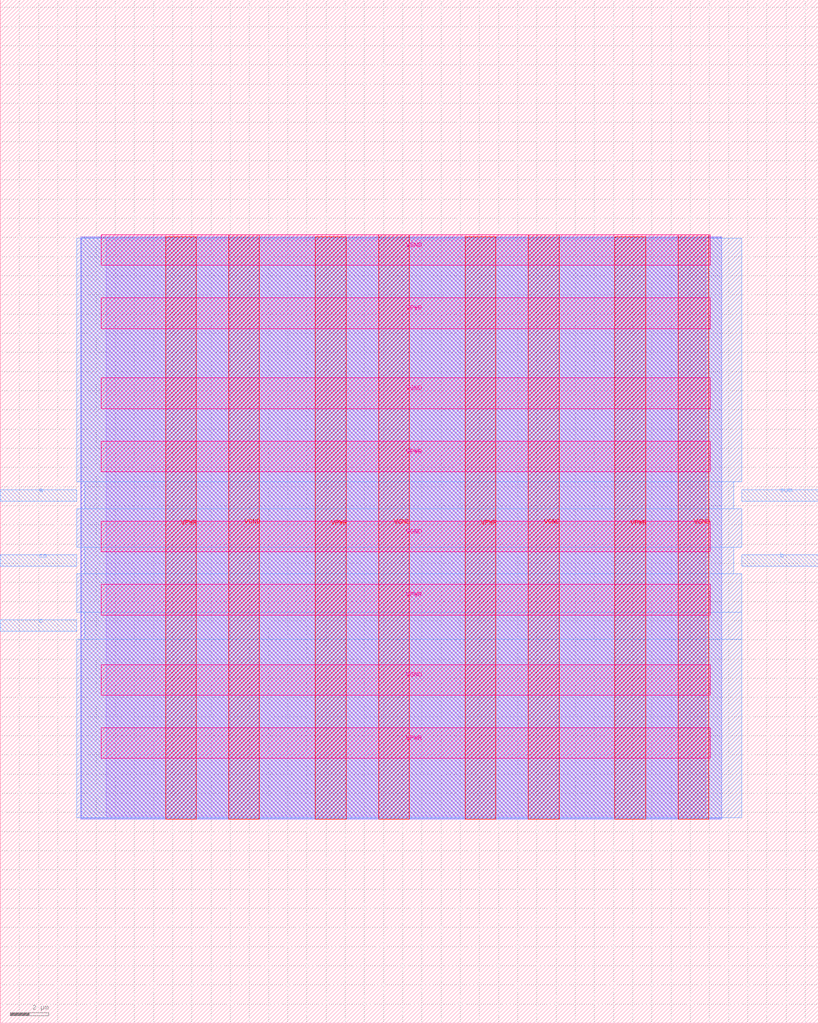
<source format=lef>
VERSION 5.7 ;
  NOWIREEXTENSIONATPIN ON ;
  DIVIDERCHAR "/" ;
  BUSBITCHARS "[]" ;
MACRO fa
  CLASS BLOCK ;
  FOREIGN fa ;
  ORIGIN 0.000 0.000 ;
  SIZE 42.675 BY 53.395 ;
  PIN VGND
    DIRECTION INOUT ;
    USE GROUND ;
    PORT
      LAYER met4 ;
        RECT 11.925 10.640 13.525 41.140 ;
    END
    PORT
      LAYER met4 ;
        RECT 19.740 10.640 21.340 41.140 ;
    END
    PORT
      LAYER met4 ;
        RECT 27.555 10.640 29.155 41.140 ;
    END
    PORT
      LAYER met4 ;
        RECT 35.370 10.640 36.970 41.140 ;
    END
    PORT
      LAYER met5 ;
        RECT 5.280 17.115 37.040 18.715 ;
    END
    PORT
      LAYER met5 ;
        RECT 5.280 24.590 37.040 26.190 ;
    END
    PORT
      LAYER met5 ;
        RECT 5.280 32.065 37.040 33.665 ;
    END
    PORT
      LAYER met5 ;
        RECT 5.280 39.540 37.040 41.140 ;
    END
  END VGND
  PIN VPWR
    DIRECTION INOUT ;
    USE POWER ;
    PORT
      LAYER met4 ;
        RECT 8.625 10.640 10.225 41.040 ;
    END
    PORT
      LAYER met4 ;
        RECT 16.440 10.640 18.040 41.040 ;
    END
    PORT
      LAYER met4 ;
        RECT 24.255 10.640 25.855 41.040 ;
    END
    PORT
      LAYER met4 ;
        RECT 32.070 10.640 33.670 41.040 ;
    END
    PORT
      LAYER met5 ;
        RECT 5.280 13.815 37.040 15.415 ;
    END
    PORT
      LAYER met5 ;
        RECT 5.280 21.290 37.040 22.890 ;
    END
    PORT
      LAYER met5 ;
        RECT 5.280 28.765 37.040 30.365 ;
    END
    PORT
      LAYER met5 ;
        RECT 5.280 36.240 37.040 37.840 ;
    END
  END VPWR
  PIN a
    DIRECTION INPUT ;
    USE SIGNAL ;
    ANTENNAGATEAREA 0.196500 ;
    PORT
      LAYER met3 ;
        RECT 0.000 27.240 4.000 27.840 ;
    END
  END a
  PIN b
    DIRECTION INPUT ;
    USE SIGNAL ;
    ANTENNAGATEAREA 0.196500 ;
    PORT
      LAYER met3 ;
        RECT 38.675 23.840 42.675 24.440 ;
    END
  END b
  PIN c
    DIRECTION INPUT ;
    USE SIGNAL ;
    ANTENNAGATEAREA 0.196500 ;
    PORT
      LAYER met3 ;
        RECT 0.000 20.440 4.000 21.040 ;
    END
  END c
  PIN co
    DIRECTION OUTPUT ;
    USE SIGNAL ;
    ANTENNADIFFAREA 0.445500 ;
    PORT
      LAYER met3 ;
        RECT 0.000 23.840 4.000 24.440 ;
    END
  END co
  PIN sum
    DIRECTION OUTPUT ;
    USE SIGNAL ;
    ANTENNADIFFAREA 0.445500 ;
    PORT
      LAYER met3 ;
        RECT 38.675 27.240 42.675 27.840 ;
    END
  END sum
  OBS
      LAYER li1 ;
        RECT 5.520 10.795 36.800 40.885 ;
      LAYER met1 ;
        RECT 4.210 10.640 37.650 41.040 ;
      LAYER met2 ;
        RECT 4.230 10.695 37.630 40.985 ;
      LAYER met3 ;
        RECT 3.990 28.240 38.675 40.965 ;
        RECT 4.400 26.840 38.275 28.240 ;
        RECT 3.990 24.840 38.675 26.840 ;
        RECT 4.400 23.440 38.275 24.840 ;
        RECT 3.990 21.440 38.675 23.440 ;
        RECT 4.400 20.040 38.675 21.440 ;
        RECT 3.990 10.715 38.675 20.040 ;
  END
END fa
END LIBRARY


</source>
